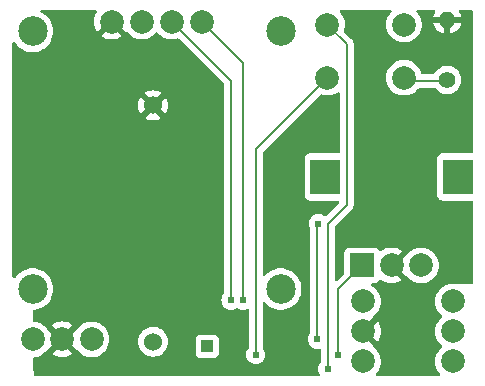
<source format=gbl>
%TF.GenerationSoftware,KiCad,Pcbnew,7.0.10*%
%TF.CreationDate,2024-03-16T13:48:46+09:00*%
%TF.ProjectId,damecan,64616d65-6361-46e2-9e6b-696361645f70,rev?*%
%TF.SameCoordinates,Original*%
%TF.FileFunction,Copper,L2,Bot*%
%TF.FilePolarity,Positive*%
%FSLAX46Y46*%
G04 Gerber Fmt 4.6, Leading zero omitted, Abs format (unit mm)*
G04 Created by KiCad (PCBNEW 7.0.10) date 2024-03-16 13:48:46*
%MOMM*%
%LPD*%
G01*
G04 APERTURE LIST*
%TA.AperFunction,ComponentPad*%
%ADD10C,1.400000*%
%TD*%
%TA.AperFunction,ComponentPad*%
%ADD11O,1.400000X1.400000*%
%TD*%
%TA.AperFunction,ComponentPad*%
%ADD12C,2.000000*%
%TD*%
%TA.AperFunction,ComponentPad*%
%ADD13R,2.000000X2.000000*%
%TD*%
%TA.AperFunction,ComponentPad*%
%ADD14R,2.500000X3.000000*%
%TD*%
%TA.AperFunction,WasherPad*%
%ADD15C,2.500000*%
%TD*%
%TA.AperFunction,FiducialPad,Global*%
%ADD16C,2.000000*%
%TD*%
%TA.AperFunction,ComponentPad*%
%ADD17C,1.524000*%
%TD*%
%TA.AperFunction,WasherPad*%
%ADD18C,2.000000*%
%TD*%
%TA.AperFunction,ComponentPad*%
%ADD19R,1.000000X1.000000*%
%TD*%
%TA.AperFunction,ViaPad*%
%ADD20C,0.610000*%
%TD*%
%TA.AperFunction,Conductor*%
%ADD21C,0.152400*%
%TD*%
G04 APERTURE END LIST*
D10*
%TO.P,R1,1*%
%TO.N,Net-(U1-PA3)*%
X193200000Y-74340000D03*
D11*
%TO.P,R1,2*%
%TO.N,-BATT*%
X193200000Y-69260000D03*
%TD*%
D12*
%TO.P,SW1,1,A*%
%TO.N,-BATT*%
X160600000Y-96300000D03*
%TO.P,SW1,2,B*%
%TO.N,Net-(Module1-Pin_1)*%
X163100000Y-96300000D03*
%TO.P,SW1,3,C*%
%TO.N,Net-(BT1-+)*%
X158100000Y-96300000D03*
%TD*%
%TO.P,SW3,1,1*%
%TO.N,+3.3V*%
X183050000Y-69650000D03*
X189550000Y-69650000D03*
%TO.P,SW3,2,2*%
%TO.N,Net-(U1-PA3)*%
X183050000Y-74150000D03*
X189550000Y-74150000D03*
%TD*%
D13*
%TO.P,SW2,A,A*%
%TO.N,Net-(U1-PA6)*%
X186000000Y-90050000D03*
D12*
%TO.P,SW2,B,B*%
%TO.N,Net-(U1-PA7)*%
X191000000Y-90050000D03*
%TO.P,SW2,C,C*%
%TO.N,-BATT*%
X188500000Y-90050000D03*
D14*
%TO.P,SW2,MP*%
%TO.N,N/C*%
X182900000Y-82550000D03*
X194100000Y-82550000D03*
%TD*%
D15*
%TO.P,Module2,*%
%TO.N,*%
X158110000Y-70230000D03*
X158110000Y-92030000D03*
X179110000Y-70230000D03*
X179110000Y-92030000D03*
D16*
%TO.P,Module2,1,Pin_1*%
%TO.N,-BATT*%
X164800000Y-69400000D03*
D12*
%TO.P,Module2,2,Pin_2*%
%TO.N,+3.3V*%
X167330000Y-69400000D03*
%TO.P,Module2,3,Pin_3*%
%TO.N,/SCL*%
X169870000Y-69400000D03*
%TO.P,Module2,4,Pin_4*%
%TO.N,/SDA*%
X172410000Y-69400000D03*
%TD*%
D17*
%TO.P,BT1,1,+*%
%TO.N,Net-(BT1-+)*%
X168300000Y-96500000D03*
%TO.P,BT1,2,-*%
%TO.N,-BATT*%
X168300000Y-76500000D03*
%TD*%
D18*
%TO.P,Module1,*%
%TO.N,*%
X193700000Y-93100000D03*
X193700000Y-95640000D03*
X193700000Y-98180000D03*
D12*
%TO.P,Module1,1,Pin_1*%
%TO.N,Net-(Module1-Pin_1)*%
X186080000Y-93100000D03*
%TO.P,Module1,2,Pin_2*%
%TO.N,-BATT*%
X186080000Y-95640000D03*
%TO.P,Module1,3,Pin_3*%
%TO.N,+3.3V*%
X186080000Y-98180000D03*
%TD*%
D19*
%TO.P,J1,1,Pin_1*%
%TO.N,Net-(J1-Pin_1)*%
X172900000Y-96900000D03*
%TD*%
D20*
%TO.N,+3.3V*%
X183100000Y-98800008D03*
%TO.N,/SCL*%
X174900000Y-93000002D03*
%TO.N,/SDA*%
X175900000Y-93000000D03*
%TO.N,Net-(U1-PA3)*%
X176999992Y-97600000D03*
%TO.N,Net-(U1-PA6)*%
X184000000Y-97600000D03*
%TO.N,Net-(U1-PA7)*%
X182200000Y-96300000D03*
X182300000Y-86500000D03*
%TO.N,-BATT*%
X161900000Y-90900000D03*
X188900000Y-81900000D03*
X188800000Y-87700000D03*
X188900000Y-94900000D03*
X161900000Y-73900000D03*
X172900000Y-73900000D03*
X179900000Y-81900000D03*
X172900000Y-81900000D03*
X161900000Y-81900000D03*
X170800000Y-98800000D03*
X180900000Y-93600000D03*
X169900000Y-92900000D03*
X188900000Y-71900000D03*
%TD*%
D21*
%TO.N,+3.3V*%
X183100000Y-86500000D02*
X183100000Y-98800008D01*
X184700000Y-71300000D02*
X184700000Y-84900000D01*
X184700000Y-84900000D02*
X183100000Y-86500000D01*
X183050000Y-69650000D02*
X184700000Y-71300000D01*
%TO.N,/SCL*%
X169870000Y-69400000D02*
X174900000Y-74430000D01*
X174900000Y-74430000D02*
X174900000Y-93000002D01*
%TO.N,/SDA*%
X172410000Y-69400000D02*
X175900000Y-72890000D01*
X175900000Y-72890000D02*
X175900000Y-93000000D01*
%TO.N,Net-(U1-PA3)*%
X189840000Y-74440000D02*
X189550000Y-74150000D01*
X193000000Y-74440000D02*
X189840000Y-74440000D01*
X183050000Y-74150000D02*
X176999992Y-80200008D01*
X176999992Y-80200008D02*
X176999992Y-97600000D01*
%TO.N,Net-(U1-PA6)*%
X184000000Y-92050000D02*
X186000000Y-90050000D01*
X184000000Y-97600000D02*
X184000000Y-92050000D01*
%TO.N,Net-(U1-PA7)*%
X182200000Y-86600000D02*
X182300000Y-86500000D01*
X182200000Y-96300000D02*
X182200000Y-86600000D01*
%TD*%
%TA.AperFunction,Conductor*%
%TO.N,-BATT*%
G36*
X163487308Y-68420002D02*
G01*
X163533801Y-68473658D01*
X163543905Y-68543932D01*
X163526620Y-68591835D01*
X163452206Y-68713266D01*
X163361371Y-68932562D01*
X163305960Y-69163367D01*
X163287337Y-69400000D01*
X163305960Y-69636632D01*
X163361371Y-69867437D01*
X163452208Y-70086738D01*
X163566896Y-70273890D01*
X163566898Y-70273890D01*
X164315638Y-69525150D01*
X164340507Y-69609844D01*
X164418239Y-69730798D01*
X164526900Y-69824952D01*
X164657685Y-69884680D01*
X164672411Y-69886797D01*
X163926107Y-70633101D01*
X163926108Y-70633102D01*
X164113261Y-70747791D01*
X164332562Y-70838628D01*
X164563367Y-70894039D01*
X164800000Y-70912662D01*
X165036632Y-70894039D01*
X165267437Y-70838628D01*
X165486738Y-70747791D01*
X165673890Y-70633102D01*
X165673891Y-70633102D01*
X164927587Y-69886797D01*
X164942315Y-69884680D01*
X165073100Y-69824952D01*
X165181761Y-69730798D01*
X165259493Y-69609844D01*
X165284360Y-69525150D01*
X166035627Y-70276417D01*
X166095808Y-70286611D01*
X166138234Y-70321017D01*
X166138306Y-70320951D01*
X166138757Y-70321441D01*
X166140048Y-70322488D01*
X166141838Y-70324788D01*
X166310249Y-70507732D01*
X166310254Y-70507736D01*
X166310256Y-70507738D01*
X166506490Y-70660473D01*
X166506491Y-70660474D01*
X166725190Y-70778828D01*
X166725192Y-70778829D01*
X166821193Y-70811786D01*
X166960386Y-70859571D01*
X167205665Y-70900500D01*
X167205669Y-70900500D01*
X167454331Y-70900500D01*
X167454335Y-70900500D01*
X167699614Y-70859571D01*
X167934810Y-70778828D01*
X168153509Y-70660474D01*
X168349744Y-70507738D01*
X168364573Y-70491630D01*
X168507299Y-70336588D01*
X168568151Y-70300017D01*
X168639116Y-70302150D01*
X168692701Y-70336588D01*
X168850249Y-70507732D01*
X168850254Y-70507736D01*
X168850256Y-70507738D01*
X169046490Y-70660473D01*
X169046491Y-70660474D01*
X169265190Y-70778828D01*
X169265192Y-70778829D01*
X169361193Y-70811786D01*
X169500386Y-70859571D01*
X169745665Y-70900500D01*
X169745669Y-70900500D01*
X169994331Y-70900500D01*
X169994335Y-70900500D01*
X170239614Y-70859571D01*
X170369482Y-70814986D01*
X170440405Y-70811786D01*
X170499488Y-70845065D01*
X174286395Y-74631972D01*
X174320421Y-74694284D01*
X174323300Y-74721067D01*
X174323300Y-92385362D01*
X174303298Y-92453483D01*
X174286395Y-92474457D01*
X174266253Y-92494598D01*
X174266252Y-92494599D01*
X174169676Y-92648297D01*
X174109725Y-92819628D01*
X174089403Y-93000002D01*
X174109725Y-93180375D01*
X174169676Y-93351706D01*
X174266252Y-93505404D01*
X174394597Y-93633749D01*
X174394599Y-93633750D01*
X174394601Y-93633752D01*
X174548295Y-93730325D01*
X174719625Y-93790276D01*
X174719624Y-93790276D01*
X174733914Y-93791886D01*
X174900000Y-93810599D01*
X175080375Y-93790276D01*
X175251705Y-93730325D01*
X175332964Y-93679266D01*
X175401285Y-93659959D01*
X175467036Y-93679264D01*
X175548295Y-93730323D01*
X175719625Y-93790274D01*
X175719624Y-93790274D01*
X175733932Y-93791886D01*
X175900000Y-93810597D01*
X176080375Y-93790274D01*
X176251705Y-93730323D01*
X176251705Y-93730322D01*
X176255677Y-93728933D01*
X176326581Y-93725313D01*
X176388186Y-93760602D01*
X176420933Y-93823596D01*
X176423292Y-93847862D01*
X176423292Y-96985360D01*
X176403290Y-97053481D01*
X176386387Y-97074455D01*
X176366245Y-97094596D01*
X176366244Y-97094597D01*
X176269668Y-97248295D01*
X176209717Y-97419626D01*
X176189395Y-97600000D01*
X176209717Y-97780373D01*
X176269668Y-97951704D01*
X176366244Y-98105402D01*
X176494589Y-98233747D01*
X176494591Y-98233748D01*
X176494593Y-98233750D01*
X176648287Y-98330323D01*
X176819617Y-98390274D01*
X176819616Y-98390274D01*
X176837881Y-98392331D01*
X176999992Y-98410597D01*
X177180367Y-98390274D01*
X177351697Y-98330323D01*
X177505391Y-98233750D01*
X177633742Y-98105399D01*
X177730315Y-97951705D01*
X177790266Y-97780375D01*
X177810589Y-97600000D01*
X177790266Y-97419625D01*
X177730315Y-97248295D01*
X177633742Y-97094601D01*
X177633740Y-97094599D01*
X177633739Y-97094597D01*
X177613597Y-97074455D01*
X177579571Y-97012143D01*
X177576692Y-96985360D01*
X177576692Y-93274963D01*
X177596694Y-93206842D01*
X177650350Y-93160349D01*
X177720624Y-93150245D01*
X177785204Y-93179739D01*
X177801203Y-93196404D01*
X177823195Y-93223981D01*
X178015521Y-93402433D01*
X178015527Y-93402437D01*
X178232286Y-93550222D01*
X178232293Y-93550226D01*
X178232296Y-93550228D01*
X178368570Y-93615854D01*
X178468672Y-93664061D01*
X178468685Y-93664066D01*
X178719380Y-93741395D01*
X178719383Y-93741395D01*
X178719385Y-93741396D01*
X178978818Y-93780500D01*
X178978823Y-93780500D01*
X179241177Y-93780500D01*
X179241182Y-93780500D01*
X179500615Y-93741396D01*
X179500617Y-93741395D01*
X179500619Y-93741395D01*
X179751314Y-93664066D01*
X179751316Y-93664064D01*
X179751323Y-93664063D01*
X179987704Y-93550228D01*
X180204479Y-93402433D01*
X180396805Y-93223981D01*
X180560386Y-93018857D01*
X180625977Y-92905250D01*
X180691566Y-92791647D01*
X180691568Y-92791643D01*
X180787420Y-92547416D01*
X180845802Y-92291630D01*
X180865408Y-92030000D01*
X180845802Y-91768370D01*
X180787420Y-91512584D01*
X180691568Y-91268357D01*
X180691567Y-91268356D01*
X180691566Y-91268352D01*
X180560388Y-91041146D01*
X180560387Y-91041144D01*
X180560386Y-91041143D01*
X180396805Y-90836019D01*
X180204479Y-90657567D01*
X180204472Y-90657562D01*
X179987713Y-90509777D01*
X179987706Y-90509773D01*
X179751327Y-90395938D01*
X179751314Y-90395933D01*
X179500619Y-90318604D01*
X179385311Y-90301224D01*
X179241182Y-90279500D01*
X178978818Y-90279500D01*
X178857222Y-90297828D01*
X178719380Y-90318604D01*
X178468685Y-90395933D01*
X178468672Y-90395938D01*
X178232293Y-90509773D01*
X178232286Y-90509777D01*
X178015527Y-90657562D01*
X178015522Y-90657566D01*
X177823194Y-90836019D01*
X177801202Y-90863597D01*
X177743091Y-90904384D01*
X177672153Y-90907279D01*
X177610911Y-90871363D01*
X177578809Y-90808038D01*
X177576692Y-90785036D01*
X177576692Y-80491074D01*
X177596694Y-80422953D01*
X177613592Y-80401984D01*
X182420512Y-75595063D01*
X182482822Y-75561039D01*
X182550516Y-75564986D01*
X182680386Y-75609571D01*
X182925665Y-75650500D01*
X182925669Y-75650500D01*
X183174331Y-75650500D01*
X183174335Y-75650500D01*
X183419614Y-75609571D01*
X183654810Y-75528828D01*
X183873509Y-75410474D01*
X183919910Y-75374358D01*
X183985951Y-75348303D01*
X184055597Y-75362088D01*
X184106733Y-75411338D01*
X184123300Y-75473791D01*
X184123300Y-80423500D01*
X184103298Y-80491621D01*
X184049642Y-80538114D01*
X183997300Y-80549500D01*
X181602135Y-80549500D01*
X181602114Y-80549502D01*
X181542519Y-80555908D01*
X181542518Y-80555908D01*
X181407673Y-80606201D01*
X181407670Y-80606203D01*
X181292453Y-80692453D01*
X181206203Y-80807670D01*
X181206201Y-80807673D01*
X181155909Y-80942515D01*
X181149500Y-81002121D01*
X181149500Y-84097864D01*
X181149502Y-84097885D01*
X181155908Y-84157480D01*
X181155908Y-84157481D01*
X181206201Y-84292326D01*
X181206203Y-84292329D01*
X181292453Y-84407546D01*
X181350061Y-84450671D01*
X181407669Y-84493796D01*
X181407671Y-84493796D01*
X181407673Y-84493798D01*
X181468030Y-84516309D01*
X181542514Y-84544090D01*
X181542517Y-84544091D01*
X181602127Y-84550500D01*
X183929733Y-84550499D01*
X183997854Y-84570501D01*
X184044347Y-84624157D01*
X184054451Y-84694431D01*
X184024957Y-84759011D01*
X184018828Y-84765594D01*
X182945707Y-85838715D01*
X182883395Y-85872741D01*
X182812580Y-85867676D01*
X182789576Y-85856307D01*
X182651707Y-85769678D01*
X182651705Y-85769677D01*
X182651702Y-85769676D01*
X182480375Y-85709726D01*
X182480373Y-85709725D01*
X182480375Y-85709725D01*
X182300000Y-85689403D01*
X182119626Y-85709725D01*
X181948295Y-85769676D01*
X181794597Y-85866252D01*
X181666252Y-85994597D01*
X181569676Y-86148295D01*
X181509725Y-86319626D01*
X181489403Y-86500000D01*
X181509725Y-86680373D01*
X181569676Y-86851704D01*
X181603987Y-86906308D01*
X181623300Y-86973345D01*
X181623300Y-95685360D01*
X181603298Y-95753481D01*
X181586395Y-95774455D01*
X181566253Y-95794596D01*
X181566252Y-95794597D01*
X181469676Y-95948295D01*
X181409725Y-96119626D01*
X181389403Y-96300000D01*
X181409725Y-96480373D01*
X181469676Y-96651704D01*
X181512859Y-96720429D01*
X181555868Y-96788877D01*
X181566252Y-96805402D01*
X181694597Y-96933747D01*
X181694599Y-96933748D01*
X181694601Y-96933750D01*
X181848295Y-97030323D01*
X182019625Y-97090274D01*
X182019624Y-97090274D01*
X182039947Y-97092563D01*
X182200000Y-97110597D01*
X182380375Y-97090274D01*
X182380377Y-97090273D01*
X182383193Y-97089956D01*
X182453124Y-97102205D01*
X182505333Y-97150318D01*
X182523300Y-97215164D01*
X182523300Y-98185368D01*
X182503298Y-98253489D01*
X182486395Y-98274463D01*
X182466253Y-98294604D01*
X182466252Y-98294605D01*
X182369676Y-98448303D01*
X182309725Y-98619634D01*
X182289403Y-98800008D01*
X182309725Y-98980381D01*
X182369677Y-99151713D01*
X182369678Y-99151715D01*
X182404393Y-99206964D01*
X182423699Y-99275285D01*
X182403004Y-99343198D01*
X182348877Y-99389141D01*
X182297706Y-99400000D01*
X158313750Y-99400000D01*
X158245629Y-99379998D01*
X158199136Y-99326342D01*
X158187774Y-99276470D01*
X158175860Y-98668877D01*
X158161180Y-97920226D01*
X158179843Y-97851729D01*
X158232577Y-97804194D01*
X158266413Y-97793478D01*
X158469614Y-97759571D01*
X158704810Y-97678828D01*
X158923509Y-97560474D01*
X159119744Y-97407738D01*
X159119750Y-97407732D01*
X159291694Y-97220951D01*
X159292744Y-97221918D01*
X159345010Y-97184282D01*
X159357938Y-97182849D01*
X160115638Y-96425149D01*
X160140507Y-96509844D01*
X160218239Y-96630798D01*
X160326900Y-96724952D01*
X160457685Y-96784680D01*
X160472411Y-96786797D01*
X159726107Y-97533101D01*
X159726108Y-97533102D01*
X159913261Y-97647791D01*
X160132562Y-97738628D01*
X160363367Y-97794039D01*
X160600000Y-97812662D01*
X160836632Y-97794039D01*
X161067437Y-97738628D01*
X161286738Y-97647791D01*
X161473890Y-97533102D01*
X161473891Y-97533102D01*
X160727587Y-96786797D01*
X160742315Y-96784680D01*
X160873100Y-96724952D01*
X160981761Y-96630798D01*
X161059493Y-96509844D01*
X161084361Y-96425150D01*
X161845144Y-97185933D01*
X161868336Y-97189861D01*
X161907543Y-97221653D01*
X161908306Y-97220951D01*
X162080249Y-97407732D01*
X162080254Y-97407736D01*
X162080256Y-97407738D01*
X162276490Y-97560473D01*
X162276491Y-97560474D01*
X162495190Y-97678828D01*
X162495192Y-97678829D01*
X162530992Y-97691119D01*
X162730386Y-97759571D01*
X162975665Y-97800500D01*
X162975669Y-97800500D01*
X163224331Y-97800500D01*
X163224335Y-97800500D01*
X163469614Y-97759571D01*
X163704810Y-97678828D01*
X163923509Y-97560474D01*
X164119744Y-97407738D01*
X164288164Y-97224785D01*
X164424173Y-97016607D01*
X164524063Y-96788881D01*
X164585108Y-96547821D01*
X164589071Y-96500000D01*
X167032677Y-96500000D01*
X167051930Y-96720068D01*
X167097890Y-96891593D01*
X167109105Y-96933447D01*
X167109107Y-96933453D01*
X167202466Y-97133662D01*
X167287577Y-97255214D01*
X167329174Y-97314620D01*
X167485380Y-97470826D01*
X167666338Y-97597534D01*
X167866550Y-97690894D01*
X168079932Y-97748070D01*
X168300000Y-97767323D01*
X168520068Y-97748070D01*
X168733450Y-97690894D01*
X168933662Y-97597534D01*
X169114620Y-97470826D01*
X169137582Y-97447864D01*
X171899500Y-97447864D01*
X171899502Y-97447885D01*
X171905908Y-97507480D01*
X171905908Y-97507481D01*
X171956201Y-97642326D01*
X171956203Y-97642329D01*
X171956204Y-97642331D01*
X171983526Y-97678828D01*
X172042453Y-97757546D01*
X172091202Y-97794039D01*
X172157669Y-97843796D01*
X172157671Y-97843796D01*
X172157673Y-97843798D01*
X172178938Y-97851729D01*
X172292514Y-97894090D01*
X172292517Y-97894091D01*
X172352127Y-97900500D01*
X173447872Y-97900499D01*
X173507483Y-97894091D01*
X173642331Y-97843796D01*
X173757546Y-97757546D01*
X173843796Y-97642331D01*
X173894091Y-97507483D01*
X173900500Y-97447873D01*
X173900499Y-96352128D01*
X173894091Y-96292517D01*
X173870069Y-96228111D01*
X173843798Y-96157673D01*
X173843796Y-96157670D01*
X173843796Y-96157669D01*
X173775586Y-96066552D01*
X173757546Y-96042453D01*
X173659694Y-95969202D01*
X173642331Y-95956204D01*
X173642329Y-95956203D01*
X173642326Y-95956201D01*
X173507483Y-95905909D01*
X173507486Y-95905909D01*
X173447873Y-95899500D01*
X172352135Y-95899500D01*
X172352114Y-95899502D01*
X172292519Y-95905908D01*
X172292518Y-95905908D01*
X172157673Y-95956201D01*
X172157670Y-95956203D01*
X172042453Y-96042453D01*
X171956203Y-96157670D01*
X171956201Y-96157673D01*
X171905909Y-96292515D01*
X171899500Y-96352121D01*
X171899500Y-97447864D01*
X169137582Y-97447864D01*
X169270826Y-97314620D01*
X169397534Y-97133662D01*
X169490894Y-96933450D01*
X169548070Y-96720068D01*
X169567323Y-96500000D01*
X169548070Y-96279932D01*
X169490894Y-96066550D01*
X169397534Y-95866339D01*
X169397533Y-95866338D01*
X169397532Y-95866335D01*
X169270830Y-95685384D01*
X169270827Y-95685381D01*
X169225445Y-95639999D01*
X169114620Y-95529174D01*
X168973207Y-95430156D01*
X168933662Y-95402466D01*
X168733453Y-95309107D01*
X168733447Y-95309105D01*
X168691593Y-95297890D01*
X168520068Y-95251930D01*
X168300000Y-95232677D01*
X168079932Y-95251930D01*
X167972230Y-95280789D01*
X167866552Y-95309105D01*
X167866547Y-95309107D01*
X167666335Y-95402467D01*
X167485384Y-95529169D01*
X167485374Y-95529178D01*
X167329178Y-95685374D01*
X167329169Y-95685384D01*
X167202467Y-95866335D01*
X167109107Y-96066547D01*
X167109105Y-96066552D01*
X167089425Y-96140000D01*
X167051930Y-96279932D01*
X167032677Y-96500000D01*
X164589071Y-96500000D01*
X164605643Y-96300000D01*
X164585108Y-96052179D01*
X164566325Y-95978007D01*
X164524064Y-95811122D01*
X164524061Y-95811115D01*
X164516817Y-95794601D01*
X164424173Y-95583393D01*
X164305968Y-95402466D01*
X164288164Y-95375214D01*
X164119750Y-95192267D01*
X164066883Y-95151119D01*
X163923509Y-95039526D01*
X163923508Y-95039525D01*
X163704809Y-94921171D01*
X163704807Y-94921170D01*
X163469618Y-94840430D01*
X163469609Y-94840428D01*
X163420836Y-94832289D01*
X163224335Y-94799500D01*
X162975665Y-94799500D01*
X162811953Y-94826818D01*
X162730390Y-94840428D01*
X162730381Y-94840430D01*
X162495192Y-94921170D01*
X162495190Y-94921171D01*
X162276491Y-95039525D01*
X162276490Y-95039526D01*
X162080249Y-95192267D01*
X161908306Y-95379049D01*
X161907264Y-95378090D01*
X161854929Y-95415738D01*
X161842047Y-95417161D01*
X161084360Y-96174848D01*
X161059493Y-96090156D01*
X160981761Y-95969202D01*
X160873100Y-95875048D01*
X160742315Y-95815320D01*
X160727586Y-95813202D01*
X161473890Y-95066897D01*
X161473890Y-95066896D01*
X161286738Y-94952208D01*
X161067437Y-94861371D01*
X160836632Y-94805960D01*
X160600000Y-94787337D01*
X160363367Y-94805960D01*
X160132562Y-94861371D01*
X159913266Y-94952206D01*
X159726108Y-95066897D01*
X159726108Y-95066898D01*
X160472412Y-95813202D01*
X160457685Y-95815320D01*
X160326900Y-95875048D01*
X160218239Y-95969202D01*
X160140507Y-96090156D01*
X160115639Y-96174849D01*
X159354853Y-95414063D01*
X159331657Y-95410134D01*
X159292458Y-95378345D01*
X159291694Y-95379049D01*
X159119750Y-95192267D01*
X159066883Y-95151119D01*
X158923509Y-95039526D01*
X158923508Y-95039525D01*
X158704809Y-94921171D01*
X158704807Y-94921170D01*
X158469618Y-94840430D01*
X158469609Y-94840428D01*
X158420905Y-94832301D01*
X158224335Y-94799500D01*
X158224331Y-94799500D01*
X158224325Y-94799499D01*
X158219137Y-94799069D01*
X158219265Y-94797522D01*
X158157879Y-94779498D01*
X158111386Y-94725842D01*
X158100000Y-94673500D01*
X158100000Y-93906500D01*
X158120002Y-93838379D01*
X158173658Y-93791886D01*
X158226000Y-93780500D01*
X158241177Y-93780500D01*
X158241182Y-93780500D01*
X158500615Y-93741396D01*
X158500617Y-93741395D01*
X158500619Y-93741395D01*
X158751314Y-93664066D01*
X158751316Y-93664064D01*
X158751323Y-93664063D01*
X158987704Y-93550228D01*
X159204479Y-93402433D01*
X159396805Y-93223981D01*
X159560386Y-93018857D01*
X159625977Y-92905250D01*
X159691566Y-92791647D01*
X159691568Y-92791643D01*
X159787420Y-92547416D01*
X159845802Y-92291630D01*
X159865408Y-92030000D01*
X159845802Y-91768370D01*
X159787420Y-91512584D01*
X159691568Y-91268357D01*
X159691567Y-91268356D01*
X159691566Y-91268352D01*
X159560388Y-91041146D01*
X159560387Y-91041144D01*
X159560386Y-91041143D01*
X159396805Y-90836019D01*
X159204479Y-90657567D01*
X159204472Y-90657562D01*
X158987713Y-90509777D01*
X158987706Y-90509773D01*
X158751327Y-90395938D01*
X158751314Y-90395933D01*
X158500619Y-90318604D01*
X158385311Y-90301224D01*
X158241182Y-90279500D01*
X157978818Y-90279500D01*
X157857222Y-90297828D01*
X157719380Y-90318604D01*
X157468685Y-90395933D01*
X157468672Y-90395938D01*
X157232293Y-90509773D01*
X157232286Y-90509777D01*
X157015527Y-90657562D01*
X157015522Y-90657566D01*
X156823195Y-90836018D01*
X156659613Y-91041144D01*
X156635119Y-91083569D01*
X156583735Y-91132562D01*
X156514022Y-91145997D01*
X156448111Y-91119610D01*
X156406930Y-91061777D01*
X156400000Y-91020568D01*
X156400000Y-76500000D01*
X167025149Y-76500000D01*
X167044517Y-76721374D01*
X167102031Y-76936023D01*
X167102033Y-76936027D01*
X167195946Y-77137425D01*
X167240184Y-77200603D01*
X167240185Y-77200603D01*
X167915607Y-76525181D01*
X167915051Y-76531898D01*
X167946266Y-76655162D01*
X168015813Y-76761612D01*
X168116157Y-76839713D01*
X168236422Y-76881000D01*
X168278210Y-76881000D01*
X167599395Y-77559813D01*
X167599395Y-77559814D01*
X167662575Y-77604053D01*
X167662574Y-77604053D01*
X167863972Y-77697966D01*
X167863976Y-77697968D01*
X168078625Y-77755482D01*
X168300000Y-77774850D01*
X168521374Y-77755482D01*
X168736023Y-77697968D01*
X168736027Y-77697966D01*
X168937425Y-77604053D01*
X168937426Y-77604052D01*
X169000603Y-77559814D01*
X169000603Y-77559812D01*
X168321791Y-76881000D01*
X168331569Y-76881000D01*
X168425421Y-76865339D01*
X168537251Y-76804820D01*
X168623371Y-76711269D01*
X168674448Y-76594823D01*
X168680538Y-76521329D01*
X169359812Y-77200603D01*
X169359814Y-77200603D01*
X169404052Y-77137426D01*
X169404053Y-77137425D01*
X169497966Y-76936027D01*
X169497968Y-76936023D01*
X169555482Y-76721374D01*
X169574850Y-76500000D01*
X169555482Y-76278625D01*
X169497968Y-76063976D01*
X169497966Y-76063972D01*
X169404051Y-75862571D01*
X169359815Y-75799395D01*
X169359813Y-75799395D01*
X168684392Y-76474816D01*
X168684949Y-76468102D01*
X168653734Y-76344838D01*
X168584187Y-76238388D01*
X168483843Y-76160287D01*
X168363578Y-76119000D01*
X168321790Y-76119000D01*
X169000603Y-75440185D01*
X169000603Y-75440184D01*
X168937425Y-75395946D01*
X168736027Y-75302033D01*
X168736023Y-75302031D01*
X168521374Y-75244517D01*
X168300000Y-75225149D01*
X168078625Y-75244517D01*
X167863976Y-75302031D01*
X167863972Y-75302033D01*
X167662575Y-75395946D01*
X167599394Y-75440185D01*
X168278209Y-76119000D01*
X168268431Y-76119000D01*
X168174579Y-76134661D01*
X168062749Y-76195180D01*
X167976629Y-76288731D01*
X167925552Y-76405177D01*
X167919461Y-76478670D01*
X167240185Y-75799394D01*
X167195946Y-75862575D01*
X167102033Y-76063972D01*
X167102031Y-76063976D01*
X167044517Y-76278625D01*
X167025149Y-76500000D01*
X156400000Y-76500000D01*
X156400000Y-71239431D01*
X156420002Y-71171310D01*
X156473658Y-71124817D01*
X156543932Y-71114713D01*
X156608512Y-71144207D01*
X156635119Y-71176431D01*
X156659611Y-71218853D01*
X156659613Y-71218856D01*
X156659614Y-71218857D01*
X156823195Y-71423981D01*
X157015521Y-71602433D01*
X157015527Y-71602437D01*
X157232286Y-71750222D01*
X157232293Y-71750226D01*
X157232296Y-71750228D01*
X157368570Y-71815854D01*
X157468672Y-71864061D01*
X157468685Y-71864066D01*
X157719380Y-71941395D01*
X157719383Y-71941395D01*
X157719385Y-71941396D01*
X157978818Y-71980500D01*
X157978823Y-71980500D01*
X158241177Y-71980500D01*
X158241182Y-71980500D01*
X158500615Y-71941396D01*
X158500617Y-71941395D01*
X158500619Y-71941395D01*
X158751314Y-71864066D01*
X158751316Y-71864064D01*
X158751323Y-71864063D01*
X158987704Y-71750228D01*
X159204479Y-71602433D01*
X159396805Y-71423981D01*
X159560386Y-71218857D01*
X159681453Y-71009163D01*
X159691566Y-70991647D01*
X159691568Y-70991643D01*
X159787420Y-70747416D01*
X159845802Y-70491630D01*
X159865408Y-70230000D01*
X159845802Y-69968370D01*
X159787420Y-69712584D01*
X159691568Y-69468357D01*
X159691567Y-69468356D01*
X159691566Y-69468352D01*
X159560388Y-69241146D01*
X159560387Y-69241144D01*
X159560386Y-69241143D01*
X159396805Y-69036019D01*
X159204479Y-68857567D01*
X159186425Y-68845258D01*
X158987713Y-68709777D01*
X158987706Y-68709773D01*
X158841828Y-68639522D01*
X158789132Y-68591944D01*
X158770524Y-68523429D01*
X158791912Y-68455731D01*
X158846505Y-68410342D01*
X158896498Y-68400000D01*
X163419187Y-68400000D01*
X163487308Y-68420002D01*
G37*
%TD.AperFunction*%
%TA.AperFunction,Conductor*%
G36*
X188442087Y-68420002D02*
G01*
X188488580Y-68473658D01*
X188498684Y-68543932D01*
X188469190Y-68608512D01*
X188466667Y-68611337D01*
X188361835Y-68725214D01*
X188225826Y-68933393D01*
X188125938Y-69161115D01*
X188125935Y-69161122D01*
X188064893Y-69402171D01*
X188064892Y-69402177D01*
X188064892Y-69402179D01*
X188044357Y-69650000D01*
X188064151Y-69888881D01*
X188064893Y-69897828D01*
X188125935Y-70138877D01*
X188125938Y-70138884D01*
X188225826Y-70366606D01*
X188361835Y-70574785D01*
X188530249Y-70757732D01*
X188530254Y-70757736D01*
X188530256Y-70757738D01*
X188714089Y-70900821D01*
X188726490Y-70910473D01*
X188726491Y-70910474D01*
X188945190Y-71028828D01*
X188945192Y-71028829D01*
X189041193Y-71061786D01*
X189180386Y-71109571D01*
X189425665Y-71150500D01*
X189425669Y-71150500D01*
X189674331Y-71150500D01*
X189674335Y-71150500D01*
X189919614Y-71109571D01*
X190154810Y-71028828D01*
X190373509Y-70910474D01*
X190569744Y-70757738D01*
X190579244Y-70747419D01*
X190738164Y-70574785D01*
X190781972Y-70507732D01*
X190874173Y-70366607D01*
X190974063Y-70138881D01*
X191035108Y-69897821D01*
X191055643Y-69650000D01*
X191044374Y-69514000D01*
X192017446Y-69514000D01*
X192060515Y-69674735D01*
X192060517Y-69674741D01*
X192149844Y-69866305D01*
X192271084Y-70039453D01*
X192271087Y-70039457D01*
X192420542Y-70188912D01*
X192420546Y-70188915D01*
X192593694Y-70310155D01*
X192785258Y-70399482D01*
X192785264Y-70399484D01*
X192946000Y-70442553D01*
X192946000Y-69514000D01*
X192017446Y-69514000D01*
X191044374Y-69514000D01*
X191035108Y-69402179D01*
X191020881Y-69345997D01*
X190974064Y-69161122D01*
X190974061Y-69161115D01*
X190970141Y-69152179D01*
X190874173Y-68933393D01*
X190824633Y-68857566D01*
X190738164Y-68725214D01*
X190633333Y-68611337D01*
X190601912Y-68547672D01*
X190609899Y-68477126D01*
X190654758Y-68422097D01*
X190722247Y-68400057D01*
X190726034Y-68400000D01*
X192085440Y-68400000D01*
X192153561Y-68420002D01*
X192200054Y-68473658D01*
X192210158Y-68543932D01*
X192188653Y-68598271D01*
X192149844Y-68653694D01*
X192060517Y-68845258D01*
X192060515Y-68845264D01*
X192017445Y-69006000D01*
X192958101Y-69006000D01*
X192902940Y-69065921D01*
X192856018Y-69172892D01*
X192846372Y-69289302D01*
X192875047Y-69402538D01*
X192938936Y-69500327D01*
X193031115Y-69572072D01*
X193141595Y-69610000D01*
X193229005Y-69610000D01*
X193315216Y-69595614D01*
X193417947Y-69540019D01*
X193441899Y-69514000D01*
X193454000Y-69514000D01*
X193454000Y-70442553D01*
X193614735Y-70399484D01*
X193614741Y-70399482D01*
X193806305Y-70310155D01*
X193979453Y-70188915D01*
X193979457Y-70188912D01*
X194128912Y-70039457D01*
X194128915Y-70039453D01*
X194250155Y-69866305D01*
X194339482Y-69674741D01*
X194339484Y-69674735D01*
X194382554Y-69514000D01*
X193454000Y-69514000D01*
X193441899Y-69514000D01*
X193497060Y-69454079D01*
X193543982Y-69347108D01*
X193553628Y-69230698D01*
X193524953Y-69117462D01*
X193461064Y-69019673D01*
X193443497Y-69006000D01*
X194382554Y-69006000D01*
X194339484Y-68845264D01*
X194339482Y-68845258D01*
X194250155Y-68653694D01*
X194211347Y-68598271D01*
X194188659Y-68530997D01*
X194205944Y-68462137D01*
X194257713Y-68413552D01*
X194314560Y-68400000D01*
X195274000Y-68400000D01*
X195342121Y-68420002D01*
X195388614Y-68473658D01*
X195400000Y-68526000D01*
X195400000Y-80423500D01*
X195379998Y-80491621D01*
X195326342Y-80538114D01*
X195274000Y-80549500D01*
X192802135Y-80549500D01*
X192802114Y-80549502D01*
X192742519Y-80555908D01*
X192742518Y-80555908D01*
X192607673Y-80606201D01*
X192607670Y-80606203D01*
X192492453Y-80692453D01*
X192406203Y-80807670D01*
X192406201Y-80807673D01*
X192355909Y-80942515D01*
X192349500Y-81002121D01*
X192349500Y-84097864D01*
X192349502Y-84097885D01*
X192355908Y-84157480D01*
X192355908Y-84157481D01*
X192406201Y-84292326D01*
X192406203Y-84292329D01*
X192492453Y-84407546D01*
X192550061Y-84450671D01*
X192607669Y-84493796D01*
X192607671Y-84493796D01*
X192607673Y-84493798D01*
X192668030Y-84516309D01*
X192742514Y-84544090D01*
X192742517Y-84544091D01*
X192802127Y-84550500D01*
X195274000Y-84550499D01*
X195342121Y-84570501D01*
X195388614Y-84624157D01*
X195400000Y-84676499D01*
X195400000Y-91474000D01*
X195379998Y-91542121D01*
X195326342Y-91588614D01*
X195274000Y-91600000D01*
X193835580Y-91600000D01*
X193825173Y-91599569D01*
X193824340Y-91599500D01*
X193824335Y-91599500D01*
X193575665Y-91599500D01*
X193411953Y-91626818D01*
X193330390Y-91640428D01*
X193330381Y-91640430D01*
X193095192Y-91721170D01*
X193095190Y-91721171D01*
X192876491Y-91839525D01*
X192876490Y-91839526D01*
X192680249Y-91992267D01*
X192511835Y-92175214D01*
X192375826Y-92383393D01*
X192275938Y-92611115D01*
X192275935Y-92611122D01*
X192214893Y-92852171D01*
X192214892Y-92852177D01*
X192214892Y-92852179D01*
X192194357Y-93100000D01*
X192204630Y-93223981D01*
X192214893Y-93347828D01*
X192275935Y-93588877D01*
X192275938Y-93588884D01*
X192375826Y-93816606D01*
X192511835Y-94024785D01*
X192680250Y-94207733D01*
X192680255Y-94207738D01*
X192760980Y-94270569D01*
X192802451Y-94328194D01*
X192806184Y-94399092D01*
X192770994Y-94460754D01*
X192760980Y-94469431D01*
X192680255Y-94532261D01*
X192680250Y-94532266D01*
X192511835Y-94715214D01*
X192375826Y-94923393D01*
X192275938Y-95151115D01*
X192275935Y-95151122D01*
X192214893Y-95392171D01*
X192214892Y-95392177D01*
X192214892Y-95392179D01*
X192194357Y-95640000D01*
X192208884Y-95815320D01*
X192214893Y-95887828D01*
X192275935Y-96128877D01*
X192275938Y-96128884D01*
X192375826Y-96356606D01*
X192511835Y-96564785D01*
X192680250Y-96747733D01*
X192680255Y-96747738D01*
X192760980Y-96810569D01*
X192802451Y-96868194D01*
X192806184Y-96939092D01*
X192770994Y-97000754D01*
X192760980Y-97009431D01*
X192680255Y-97072261D01*
X192680250Y-97072266D01*
X192511835Y-97255214D01*
X192375826Y-97463393D01*
X192275938Y-97691115D01*
X192275935Y-97691122D01*
X192214893Y-97932171D01*
X192214892Y-97932177D01*
X192214892Y-97932179D01*
X192194357Y-98180000D01*
X192213660Y-98412956D01*
X192214893Y-98427828D01*
X192275935Y-98668877D01*
X192275938Y-98668884D01*
X192375826Y-98896606D01*
X192375827Y-98896607D01*
X192511836Y-99104785D01*
X192555036Y-99151713D01*
X192589051Y-99188663D01*
X192620471Y-99252328D01*
X192612484Y-99322874D01*
X192567625Y-99377903D01*
X192500136Y-99399943D01*
X192496349Y-99400000D01*
X187283651Y-99400000D01*
X187215530Y-99379998D01*
X187169037Y-99326342D01*
X187158933Y-99256068D01*
X187188427Y-99191488D01*
X187190949Y-99188663D01*
X187194960Y-99184305D01*
X187268164Y-99104785D01*
X187404173Y-98896607D01*
X187504063Y-98668881D01*
X187565108Y-98427821D01*
X187585643Y-98180000D01*
X187565108Y-97932179D01*
X187557086Y-97900500D01*
X187504064Y-97691122D01*
X187504061Y-97691115D01*
X187498671Y-97678828D01*
X187404173Y-97463393D01*
X187367808Y-97407732D01*
X187268164Y-97255214D01*
X187099749Y-97072266D01*
X187099744Y-97072261D01*
X187000700Y-96995172D01*
X186959229Y-96937547D01*
X186952964Y-96880931D01*
X186953890Y-96873100D01*
X186207587Y-96126797D01*
X186222315Y-96124680D01*
X186353100Y-96064952D01*
X186461761Y-95970798D01*
X186539493Y-95849844D01*
X186564361Y-95765150D01*
X187313102Y-96513891D01*
X187313102Y-96513890D01*
X187427791Y-96326738D01*
X187518628Y-96107437D01*
X187574039Y-95876632D01*
X187592662Y-95640000D01*
X187574039Y-95403367D01*
X187518628Y-95172562D01*
X187427791Y-94953261D01*
X187313102Y-94766108D01*
X187313101Y-94766107D01*
X186564360Y-95514848D01*
X186539493Y-95430156D01*
X186461761Y-95309202D01*
X186353100Y-95215048D01*
X186222315Y-95155320D01*
X186207587Y-95153202D01*
X186953890Y-94406897D01*
X186952964Y-94399068D01*
X186964821Y-94329068D01*
X187000701Y-94284826D01*
X187007869Y-94279247D01*
X187099744Y-94207738D01*
X187268164Y-94024785D01*
X187404173Y-93816607D01*
X187504063Y-93588881D01*
X187565108Y-93347821D01*
X187585643Y-93100000D01*
X187565108Y-92852179D01*
X187504063Y-92611119D01*
X187404173Y-92383393D01*
X187355271Y-92308543D01*
X187268164Y-92175214D01*
X187099750Y-91992267D01*
X186903509Y-91839526D01*
X186903508Y-91839525D01*
X186855121Y-91813340D01*
X186807025Y-91787311D01*
X186756636Y-91737300D01*
X186741284Y-91667983D01*
X186765845Y-91601370D01*
X186822520Y-91558610D01*
X186866996Y-91550499D01*
X187047865Y-91550499D01*
X187047872Y-91550499D01*
X187107483Y-91544091D01*
X187242331Y-91493796D01*
X187357546Y-91407546D01*
X187437219Y-91301115D01*
X187494054Y-91258571D01*
X187564870Y-91253507D01*
X187606152Y-91272007D01*
X187606658Y-91271183D01*
X187813266Y-91397793D01*
X188032562Y-91488628D01*
X188263367Y-91544039D01*
X188500000Y-91562662D01*
X188736632Y-91544039D01*
X188967437Y-91488628D01*
X189186738Y-91397791D01*
X189373890Y-91283102D01*
X189373891Y-91283101D01*
X188627587Y-90536797D01*
X188642315Y-90534680D01*
X188773100Y-90474952D01*
X188881761Y-90380798D01*
X188959493Y-90259844D01*
X188984361Y-90175150D01*
X189745144Y-90935933D01*
X189768336Y-90939861D01*
X189807543Y-90971653D01*
X189808306Y-90970951D01*
X189980249Y-91157732D01*
X189980254Y-91157736D01*
X189980256Y-91157738D01*
X190153181Y-91292331D01*
X190176490Y-91310473D01*
X190176491Y-91310474D01*
X190395190Y-91428828D01*
X190395192Y-91428829D01*
X190518677Y-91471221D01*
X190630386Y-91509571D01*
X190875665Y-91550500D01*
X190875669Y-91550500D01*
X191124331Y-91550500D01*
X191124335Y-91550500D01*
X191369614Y-91509571D01*
X191604810Y-91428828D01*
X191823509Y-91310474D01*
X192019744Y-91157738D01*
X192030553Y-91145997D01*
X192188164Y-90974785D01*
X192234159Y-90904384D01*
X192324173Y-90766607D01*
X192424063Y-90538881D01*
X192485108Y-90297821D01*
X192505643Y-90050000D01*
X192485108Y-89802179D01*
X192424063Y-89561119D01*
X192324173Y-89333393D01*
X192214639Y-89165738D01*
X192188164Y-89125214D01*
X192019750Y-88942267D01*
X191823509Y-88789526D01*
X191823508Y-88789525D01*
X191604809Y-88671171D01*
X191604807Y-88671170D01*
X191369618Y-88590430D01*
X191369609Y-88590428D01*
X191320836Y-88582289D01*
X191124335Y-88549500D01*
X190875665Y-88549500D01*
X190711953Y-88576818D01*
X190630390Y-88590428D01*
X190630381Y-88590430D01*
X190395192Y-88671170D01*
X190395190Y-88671171D01*
X190176491Y-88789525D01*
X190176490Y-88789526D01*
X189980249Y-88942267D01*
X189808306Y-89129049D01*
X189807264Y-89128090D01*
X189754929Y-89165738D01*
X189742047Y-89167161D01*
X188984360Y-89924848D01*
X188959493Y-89840156D01*
X188881761Y-89719202D01*
X188773100Y-89625048D01*
X188642315Y-89565320D01*
X188627587Y-89563202D01*
X189373890Y-88816897D01*
X189373890Y-88816896D01*
X189186738Y-88702208D01*
X188967437Y-88611371D01*
X188736632Y-88555960D01*
X188500000Y-88537337D01*
X188263367Y-88555960D01*
X188032562Y-88611371D01*
X187813266Y-88702206D01*
X187606658Y-88828817D01*
X187605883Y-88827552D01*
X187545240Y-88849169D01*
X187476093Y-88833067D01*
X187437217Y-88798881D01*
X187357546Y-88692453D01*
X187249233Y-88611371D01*
X187242331Y-88606204D01*
X187242329Y-88606203D01*
X187242326Y-88606201D01*
X187107483Y-88555909D01*
X187107486Y-88555909D01*
X187047873Y-88549500D01*
X184952135Y-88549500D01*
X184952114Y-88549502D01*
X184892519Y-88555908D01*
X184892518Y-88555908D01*
X184757673Y-88606201D01*
X184757670Y-88606203D01*
X184642453Y-88692453D01*
X184556203Y-88807670D01*
X184556201Y-88807673D01*
X184505909Y-88942515D01*
X184499500Y-89002121D01*
X184499500Y-90682731D01*
X184479498Y-90750852D01*
X184462595Y-90771826D01*
X183891795Y-91342626D01*
X183829483Y-91376652D01*
X183758668Y-91371587D01*
X183701832Y-91329040D01*
X183677021Y-91262520D01*
X183676700Y-91253531D01*
X183676700Y-86791066D01*
X183696702Y-86722945D01*
X183713600Y-86701976D01*
X185075226Y-85340349D01*
X185087600Y-85329497D01*
X185111307Y-85311307D01*
X185134515Y-85281062D01*
X185203747Y-85190838D01*
X185261856Y-85050548D01*
X185281676Y-84900000D01*
X185277778Y-84870391D01*
X185276700Y-84853945D01*
X185276700Y-74150000D01*
X188044357Y-74150000D01*
X188064893Y-74397828D01*
X188125935Y-74638877D01*
X188125938Y-74638884D01*
X188225826Y-74866606D01*
X188361835Y-75074785D01*
X188530249Y-75257732D01*
X188530254Y-75257736D01*
X188530256Y-75257738D01*
X188726490Y-75410473D01*
X188726491Y-75410474D01*
X188945190Y-75528828D01*
X188945192Y-75528829D01*
X188979189Y-75540500D01*
X189180386Y-75609571D01*
X189425665Y-75650500D01*
X189425669Y-75650500D01*
X189674331Y-75650500D01*
X189674335Y-75650500D01*
X189919614Y-75609571D01*
X190154810Y-75528828D01*
X190373509Y-75410474D01*
X190569744Y-75257738D01*
X190599745Y-75225149D01*
X190738159Y-75074790D01*
X190738164Y-75074785D01*
X190738819Y-75073781D01*
X190739192Y-75073463D01*
X190741360Y-75070678D01*
X190741933Y-75071124D01*
X190792823Y-75027695D01*
X190844300Y-75016700D01*
X192143926Y-75016700D01*
X192212047Y-75036702D01*
X192244476Y-75066768D01*
X192309017Y-75152235D01*
X192473438Y-75302124D01*
X192473439Y-75302125D01*
X192662587Y-75419240D01*
X192662590Y-75419241D01*
X192662599Y-75419247D01*
X192752989Y-75454264D01*
X192870053Y-75499616D01*
X192870056Y-75499616D01*
X192870060Y-75499618D01*
X193088757Y-75540500D01*
X193088760Y-75540500D01*
X193311240Y-75540500D01*
X193311243Y-75540500D01*
X193529940Y-75499618D01*
X193529944Y-75499616D01*
X193529946Y-75499616D01*
X193596607Y-75473791D01*
X193737401Y-75419247D01*
X193926562Y-75302124D01*
X194090981Y-75152236D01*
X194225058Y-74974689D01*
X194225059Y-74974685D01*
X194225061Y-74974684D01*
X194324225Y-74775537D01*
X194324226Y-74775533D01*
X194324229Y-74775528D01*
X194385115Y-74561536D01*
X194405643Y-74340000D01*
X194385115Y-74118464D01*
X194350124Y-73995485D01*
X194324231Y-73904479D01*
X194324225Y-73904462D01*
X194225061Y-73705315D01*
X194225057Y-73705310D01*
X194090982Y-73527764D01*
X193926561Y-73377875D01*
X193926560Y-73377874D01*
X193737412Y-73260759D01*
X193737405Y-73260755D01*
X193737401Y-73260753D01*
X193737396Y-73260751D01*
X193529946Y-73180383D01*
X193490972Y-73173097D01*
X193311243Y-73139500D01*
X193088757Y-73139500D01*
X192947674Y-73165873D01*
X192870053Y-73180383D01*
X192662603Y-73260751D01*
X192662587Y-73260759D01*
X192473439Y-73377874D01*
X192473438Y-73377875D01*
X192309017Y-73527764D01*
X192174942Y-73705310D01*
X192174941Y-73705311D01*
X192131046Y-73793464D01*
X192082777Y-73845527D01*
X192018256Y-73863300D01*
X191123331Y-73863300D01*
X191055210Y-73843298D01*
X191008717Y-73789642D01*
X191001189Y-73768241D01*
X190974063Y-73661119D01*
X190874173Y-73433393D01*
X190837902Y-73377876D01*
X190738164Y-73225214D01*
X190569750Y-73042267D01*
X190452395Y-72950926D01*
X190373509Y-72889526D01*
X190373508Y-72889525D01*
X190154809Y-72771171D01*
X190154807Y-72771170D01*
X189919618Y-72690430D01*
X189919609Y-72690428D01*
X189870836Y-72682289D01*
X189674335Y-72649500D01*
X189425665Y-72649500D01*
X189261953Y-72676818D01*
X189180390Y-72690428D01*
X189180381Y-72690430D01*
X188945192Y-72771170D01*
X188945190Y-72771171D01*
X188726491Y-72889525D01*
X188726490Y-72889526D01*
X188530249Y-73042267D01*
X188361835Y-73225214D01*
X188225826Y-73433393D01*
X188125938Y-73661115D01*
X188125935Y-73661122D01*
X188064893Y-73902171D01*
X188064892Y-73902177D01*
X188064892Y-73902179D01*
X188046970Y-74118464D01*
X188044357Y-74150000D01*
X185276700Y-74150000D01*
X185276700Y-71346053D01*
X185277778Y-71329606D01*
X185281676Y-71299999D01*
X185276700Y-71262203D01*
X185261856Y-71149452D01*
X185259684Y-71144207D01*
X185203746Y-71009162D01*
X185111307Y-70888693D01*
X185087604Y-70870505D01*
X185075220Y-70859643D01*
X184498468Y-70282891D01*
X184464442Y-70220579D01*
X184469507Y-70149764D01*
X184472167Y-70143201D01*
X184474063Y-70138881D01*
X184535108Y-69897821D01*
X184555643Y-69650000D01*
X184535108Y-69402179D01*
X184520881Y-69345997D01*
X184474064Y-69161122D01*
X184474061Y-69161115D01*
X184470141Y-69152179D01*
X184374173Y-68933393D01*
X184324633Y-68857566D01*
X184238164Y-68725214D01*
X184133333Y-68611337D01*
X184101912Y-68547672D01*
X184109899Y-68477126D01*
X184154758Y-68422097D01*
X184222247Y-68400057D01*
X184226034Y-68400000D01*
X188373966Y-68400000D01*
X188442087Y-68420002D01*
G37*
%TD.AperFunction*%
%TD*%
M02*

</source>
